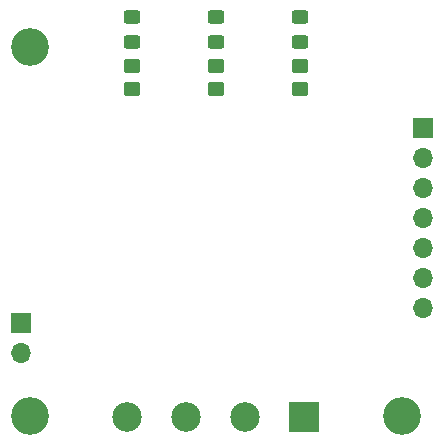
<source format=gbr>
%TF.GenerationSoftware,KiCad,Pcbnew,(6.0.7)*%
%TF.CreationDate,2023-04-15T22:34:50+02:00*%
%TF.ProjectId,sensor board,73656e73-6f72-4206-926f-6172642e6b69,rev?*%
%TF.SameCoordinates,Original*%
%TF.FileFunction,Soldermask,Bot*%
%TF.FilePolarity,Negative*%
%FSLAX46Y46*%
G04 Gerber Fmt 4.6, Leading zero omitted, Abs format (unit mm)*
G04 Created by KiCad (PCBNEW (6.0.7)) date 2023-04-15 22:34:50*
%MOMM*%
%LPD*%
G01*
G04 APERTURE LIST*
G04 Aperture macros list*
%AMRoundRect*
0 Rectangle with rounded corners*
0 $1 Rounding radius*
0 $2 $3 $4 $5 $6 $7 $8 $9 X,Y pos of 4 corners*
0 Add a 4 corners polygon primitive as box body*
4,1,4,$2,$3,$4,$5,$6,$7,$8,$9,$2,$3,0*
0 Add four circle primitives for the rounded corners*
1,1,$1+$1,$2,$3*
1,1,$1+$1,$4,$5*
1,1,$1+$1,$6,$7*
1,1,$1+$1,$8,$9*
0 Add four rect primitives between the rounded corners*
20,1,$1+$1,$2,$3,$4,$5,0*
20,1,$1+$1,$4,$5,$6,$7,0*
20,1,$1+$1,$6,$7,$8,$9,0*
20,1,$1+$1,$8,$9,$2,$3,0*%
G04 Aperture macros list end*
%ADD10O,1.700000X1.700000*%
%ADD11R,1.700000X1.700000*%
%ADD12C,3.200000*%
%ADD13RoundRect,0.250000X-0.450000X0.325000X-0.450000X-0.325000X0.450000X-0.325000X0.450000X0.325000X0*%
%ADD14R,2.500000X2.500000*%
%ADD15C,2.500000*%
%ADD16RoundRect,0.250000X0.450000X-0.350000X0.450000X0.350000X-0.450000X0.350000X-0.450000X-0.350000X0*%
G04 APERTURE END LIST*
D10*
%TO.C,J2*%
X85090000Y-110231000D03*
D11*
X85090000Y-107691000D03*
%TD*%
D12*
%TO.C,REF\u002A\u002A*%
X85852000Y-115570000D03*
%TD*%
D11*
%TO.C,J1*%
X119126000Y-91181000D03*
D10*
X119126000Y-93721000D03*
X119126000Y-96261000D03*
X119126000Y-98801000D03*
X119126000Y-101341000D03*
X119126000Y-103881000D03*
X119126000Y-106421000D03*
%TD*%
D12*
%TO.C,REF\u002A\u002A*%
X85852000Y-84328000D03*
%TD*%
%TO.C,REF\u002A\u002A*%
X117348000Y-115570000D03*
%TD*%
D13*
%TO.C,D2*%
X101600000Y-83829000D03*
X101600000Y-81779000D03*
%TD*%
D14*
%TO.C,J3*%
X109100000Y-115616000D03*
D15*
X104100000Y-115616000D03*
X99100000Y-115616000D03*
X94100000Y-115616000D03*
%TD*%
D13*
%TO.C,D3*%
X94488000Y-83829000D03*
X94488000Y-81779000D03*
%TD*%
%TO.C,D1*%
X108712000Y-83829000D03*
X108712000Y-81779000D03*
%TD*%
D16*
%TO.C,R5*%
X94488000Y-85868000D03*
X94488000Y-87868000D03*
%TD*%
%TO.C,R4*%
X101600000Y-85868000D03*
X101600000Y-87868000D03*
%TD*%
%TO.C,R3*%
X108712000Y-85868000D03*
X108712000Y-87868000D03*
%TD*%
M02*

</source>
